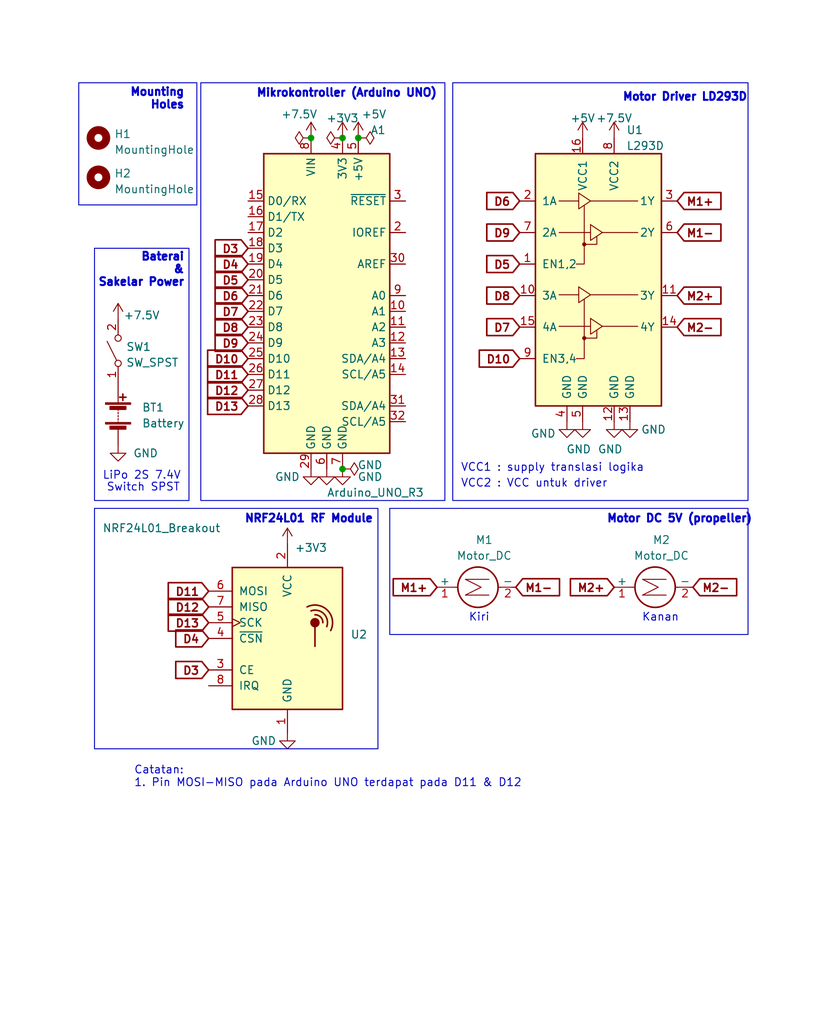
<source format=kicad_sch>
(kicad_sch (version 20230121) (generator eeschema)

  (uuid 335783da-0af5-431e-a925-ba39ea6c5398)

  (paper "User" 135.001 164.998)

  (title_block
    (title "Remotely Operated Underwater Vehicle (ROV)")
    (date "2024-05-12")
    (rev "1.0")
    (company "Institut Teknologi Bandung")
    (comment 1 "Yolivia Robong Langi")
  )

  (lib_symbols
    (symbol "Device:Battery" (pin_numbers hide) (pin_names (offset 0) hide) (in_bom yes) (on_board yes)
      (property "Reference" "BT" (at 2.54 2.54 0)
        (effects (font (size 1.27 1.27)) (justify left))
      )
      (property "Value" "Battery" (at 2.54 0 0)
        (effects (font (size 1.27 1.27)) (justify left))
      )
      (property "Footprint" "" (at 0 1.524 90)
        (effects (font (size 1.27 1.27)) hide)
      )
      (property "Datasheet" "~" (at 0 1.524 90)
        (effects (font (size 1.27 1.27)) hide)
      )
      (property "ki_keywords" "batt voltage-source cell" (at 0 0 0)
        (effects (font (size 1.27 1.27)) hide)
      )
      (property "ki_description" "Multiple-cell battery" (at 0 0 0)
        (effects (font (size 1.27 1.27)) hide)
      )
      (symbol "Battery_0_1"
        (rectangle (start -2.032 -1.397) (end 2.032 -1.651)
          (stroke (width 0) (type default))
          (fill (type outline))
        )
        (rectangle (start -2.032 1.778) (end 2.032 1.524)
          (stroke (width 0) (type default))
          (fill (type outline))
        )
        (rectangle (start -1.3208 -1.9812) (end 1.27 -2.4892)
          (stroke (width 0) (type default))
          (fill (type outline))
        )
        (rectangle (start -1.3208 1.1938) (end 1.27 0.6858)
          (stroke (width 0) (type default))
          (fill (type outline))
        )
        (polyline
          (pts
            (xy 0 -1.524)
            (xy 0 -1.27)
          )
          (stroke (width 0) (type default))
          (fill (type none))
        )
        (polyline
          (pts
            (xy 0 -1.016)
            (xy 0 -0.762)
          )
          (stroke (width 0) (type default))
          (fill (type none))
        )
        (polyline
          (pts
            (xy 0 -0.508)
            (xy 0 -0.254)
          )
          (stroke (width 0) (type default))
          (fill (type none))
        )
        (polyline
          (pts
            (xy 0 0)
            (xy 0 0.254)
          )
          (stroke (width 0) (type default))
          (fill (type none))
        )
        (polyline
          (pts
            (xy 0 0.508)
            (xy 0 0.762)
          )
          (stroke (width 0) (type default))
          (fill (type none))
        )
        (polyline
          (pts
            (xy 0 1.778)
            (xy 0 2.54)
          )
          (stroke (width 0) (type default))
          (fill (type none))
        )
        (polyline
          (pts
            (xy 0.254 2.667)
            (xy 1.27 2.667)
          )
          (stroke (width 0.254) (type default))
          (fill (type none))
        )
        (polyline
          (pts
            (xy 0.762 3.175)
            (xy 0.762 2.159)
          )
          (stroke (width 0.254) (type default))
          (fill (type none))
        )
      )
      (symbol "Battery_1_1"
        (pin passive line (at 0 5.08 270) (length 2.54)
          (name "+" (effects (font (size 1.27 1.27))))
          (number "1" (effects (font (size 1.27 1.27))))
        )
        (pin passive line (at 0 -5.08 90) (length 2.54)
          (name "-" (effects (font (size 1.27 1.27))))
          (number "2" (effects (font (size 1.27 1.27))))
        )
      )
    )
    (symbol "Driver_Motor:L293D" (pin_names (offset 1.016)) (in_bom yes) (on_board yes)
      (property "Reference" "U" (at -5.08 26.035 0)
        (effects (font (size 1.27 1.27)) (justify right))
      )
      (property "Value" "L293D" (at -5.08 24.13 0)
        (effects (font (size 1.27 1.27)) (justify right))
      )
      (property "Footprint" "Package_DIP:DIP-16_W7.62mm" (at 6.35 -19.05 0)
        (effects (font (size 1.27 1.27)) (justify left) hide)
      )
      (property "Datasheet" "http://www.ti.com/lit/ds/symlink/l293.pdf" (at -7.62 17.78 0)
        (effects (font (size 1.27 1.27)) hide)
      )
      (property "ki_keywords" "Half-H Driver Motor" (at 0 0 0)
        (effects (font (size 1.27 1.27)) hide)
      )
      (property "ki_description" "Quadruple Half-H Drivers" (at 0 0 0)
        (effects (font (size 1.27 1.27)) hide)
      )
      (property "ki_fp_filters" "DIP*W7.62mm*" (at 0 0 0)
        (effects (font (size 1.27 1.27)) hide)
      )
      (symbol "L293D_0_1"
        (rectangle (start -10.16 22.86) (end 10.16 -17.78)
          (stroke (width 0.254) (type default))
          (fill (type background))
        )
        (circle (center -2.286 -6.858) (radius 0.254)
          (stroke (width 0) (type default))
          (fill (type outline))
        )
        (circle (center -2.286 8.255) (radius 0.254)
          (stroke (width 0) (type default))
          (fill (type outline))
        )
        (polyline
          (pts
            (xy -6.35 -4.953)
            (xy -1.27 -4.953)
          )
          (stroke (width 0) (type default))
          (fill (type none))
        )
        (polyline
          (pts
            (xy -6.35 0.127)
            (xy -3.175 0.127)
          )
          (stroke (width 0) (type default))
          (fill (type none))
        )
        (polyline
          (pts
            (xy -6.35 10.16)
            (xy -1.27 10.16)
          )
          (stroke (width 0) (type default))
          (fill (type none))
        )
        (polyline
          (pts
            (xy -6.35 15.24)
            (xy -3.175 15.24)
          )
          (stroke (width 0) (type default))
          (fill (type none))
        )
        (polyline
          (pts
            (xy -1.27 0.127)
            (xy 6.35 0.127)
          )
          (stroke (width 0) (type default))
          (fill (type none))
        )
        (polyline
          (pts
            (xy -1.27 15.24)
            (xy 6.35 15.24)
          )
          (stroke (width 0) (type default))
          (fill (type none))
        )
        (polyline
          (pts
            (xy 0.635 -4.953)
            (xy 6.35 -4.953)
          )
          (stroke (width 0) (type default))
          (fill (type none))
        )
        (polyline
          (pts
            (xy 0.635 10.16)
            (xy 6.35 10.16)
          )
          (stroke (width 0) (type default))
          (fill (type none))
        )
        (polyline
          (pts
            (xy -2.286 -6.858)
            (xy -0.254 -6.858)
            (xy -0.254 -5.588)
          )
          (stroke (width 0) (type default))
          (fill (type none))
        )
        (polyline
          (pts
            (xy -2.286 -0.635)
            (xy -2.286 -10.16)
            (xy -3.556 -10.16)
          )
          (stroke (width 0) (type default))
          (fill (type none))
        )
        (polyline
          (pts
            (xy -2.286 8.255)
            (xy -0.254 8.255)
            (xy -0.254 9.525)
          )
          (stroke (width 0) (type default))
          (fill (type none))
        )
        (polyline
          (pts
            (xy -2.286 14.478)
            (xy -2.286 5.08)
            (xy -3.556 5.08)
          )
          (stroke (width 0) (type default))
          (fill (type none))
        )
        (polyline
          (pts
            (xy -3.175 1.397)
            (xy -3.175 -1.143)
            (xy -1.27 0.127)
            (xy -3.175 1.397)
          )
          (stroke (width 0) (type default))
          (fill (type none))
        )
        (polyline
          (pts
            (xy -3.175 16.51)
            (xy -3.175 13.97)
            (xy -1.27 15.24)
            (xy -3.175 16.51)
          )
          (stroke (width 0) (type default))
          (fill (type none))
        )
        (polyline
          (pts
            (xy -1.27 -3.683)
            (xy -1.27 -6.223)
            (xy 0.635 -4.953)
            (xy -1.27 -3.683)
          )
          (stroke (width 0) (type default))
          (fill (type none))
        )
        (polyline
          (pts
            (xy -1.27 11.43)
            (xy -1.27 8.89)
            (xy 0.635 10.16)
            (xy -1.27 11.43)
          )
          (stroke (width 0) (type default))
          (fill (type none))
        )
      )
      (symbol "L293D_1_1"
        (pin input line (at -12.7 5.08 0) (length 2.54)
          (name "EN1,2" (effects (font (size 1.27 1.27))))
          (number "1" (effects (font (size 1.27 1.27))))
        )
        (pin input line (at -12.7 0 0) (length 2.54)
          (name "3A" (effects (font (size 1.27 1.27))))
          (number "10" (effects (font (size 1.27 1.27))))
        )
        (pin output line (at 12.7 0 180) (length 2.54)
          (name "3Y" (effects (font (size 1.27 1.27))))
          (number "11" (effects (font (size 1.27 1.27))))
        )
        (pin power_in line (at 2.54 -20.32 90) (length 2.54)
          (name "GND" (effects (font (size 1.27 1.27))))
          (number "12" (effects (font (size 1.27 1.27))))
        )
        (pin power_in line (at 5.08 -20.32 90) (length 2.54)
          (name "GND" (effects (font (size 1.27 1.27))))
          (number "13" (effects (font (size 1.27 1.27))))
        )
        (pin output line (at 12.7 -5.08 180) (length 2.54)
          (name "4Y" (effects (font (size 1.27 1.27))))
          (number "14" (effects (font (size 1.27 1.27))))
        )
        (pin input line (at -12.7 -5.08 0) (length 2.54)
          (name "4A" (effects (font (size 1.27 1.27))))
          (number "15" (effects (font (size 1.27 1.27))))
        )
        (pin power_in line (at -2.54 25.4 270) (length 2.54)
          (name "VCC1" (effects (font (size 1.27 1.27))))
          (number "16" (effects (font (size 1.27 1.27))))
        )
        (pin input line (at -12.7 15.24 0) (length 2.54)
          (name "1A" (effects (font (size 1.27 1.27))))
          (number "2" (effects (font (size 1.27 1.27))))
        )
        (pin output line (at 12.7 15.24 180) (length 2.54)
          (name "1Y" (effects (font (size 1.27 1.27))))
          (number "3" (effects (font (size 1.27 1.27))))
        )
        (pin power_in line (at -5.08 -20.32 90) (length 2.54)
          (name "GND" (effects (font (size 1.27 1.27))))
          (number "4" (effects (font (size 1.27 1.27))))
        )
        (pin power_in line (at -2.54 -20.32 90) (length 2.54)
          (name "GND" (effects (font (size 1.27 1.27))))
          (number "5" (effects (font (size 1.27 1.27))))
        )
        (pin output line (at 12.7 10.16 180) (length 2.54)
          (name "2Y" (effects (font (size 1.27 1.27))))
          (number "6" (effects (font (size 1.27 1.27))))
        )
        (pin input line (at -12.7 10.16 0) (length 2.54)
          (name "2A" (effects (font (size 1.27 1.27))))
          (number "7" (effects (font (size 1.27 1.27))))
        )
        (pin power_in line (at 2.54 25.4 270) (length 2.54)
          (name "VCC2" (effects (font (size 1.27 1.27))))
          (number "8" (effects (font (size 1.27 1.27))))
        )
        (pin input line (at -12.7 -10.16 0) (length 2.54)
          (name "EN3,4" (effects (font (size 1.27 1.27))))
          (number "9" (effects (font (size 1.27 1.27))))
        )
      )
    )
    (symbol "MCU_Module:Arduino_UNO_R3" (in_bom yes) (on_board yes)
      (property "Reference" "A" (at -10.16 23.495 0)
        (effects (font (size 1.27 1.27)) (justify left bottom))
      )
      (property "Value" "Arduino_UNO_R3" (at 5.08 -26.67 0)
        (effects (font (size 1.27 1.27)) (justify left top))
      )
      (property "Footprint" "Module:Arduino_UNO_R3" (at 0 0 0)
        (effects (font (size 1.27 1.27) italic) hide)
      )
      (property "Datasheet" "https://www.arduino.cc/en/Main/arduinoBoardUno" (at 0 0 0)
        (effects (font (size 1.27 1.27)) hide)
      )
      (property "ki_keywords" "Arduino UNO R3 Microcontroller Module Atmel AVR USB" (at 0 0 0)
        (effects (font (size 1.27 1.27)) hide)
      )
      (property "ki_description" "Arduino UNO Microcontroller Module, release 3" (at 0 0 0)
        (effects (font (size 1.27 1.27)) hide)
      )
      (property "ki_fp_filters" "Arduino*UNO*R3*" (at 0 0 0)
        (effects (font (size 1.27 1.27)) hide)
      )
      (symbol "Arduino_UNO_R3_0_1"
        (rectangle (start -10.16 22.86) (end 10.16 -25.4)
          (stroke (width 0.254) (type default))
          (fill (type background))
        )
      )
      (symbol "Arduino_UNO_R3_1_1"
        (pin no_connect line (at -10.16 -20.32 0) (length 2.54) hide
          (name "NC" (effects (font (size 1.27 1.27))))
          (number "1" (effects (font (size 1.27 1.27))))
        )
        (pin bidirectional line (at 12.7 -2.54 180) (length 2.54)
          (name "A1" (effects (font (size 1.27 1.27))))
          (number "10" (effects (font (size 1.27 1.27))))
        )
        (pin bidirectional line (at 12.7 -5.08 180) (length 2.54)
          (name "A2" (effects (font (size 1.27 1.27))))
          (number "11" (effects (font (size 1.27 1.27))))
        )
        (pin bidirectional line (at 12.7 -7.62 180) (length 2.54)
          (name "A3" (effects (font (size 1.27 1.27))))
          (number "12" (effects (font (size 1.27 1.27))))
        )
        (pin bidirectional line (at 12.7 -10.16 180) (length 2.54)
          (name "SDA/A4" (effects (font (size 1.27 1.27))))
          (number "13" (effects (font (size 1.27 1.27))))
        )
        (pin bidirectional line (at 12.7 -12.7 180) (length 2.54)
          (name "SCL/A5" (effects (font (size 1.27 1.27))))
          (number "14" (effects (font (size 1.27 1.27))))
        )
        (pin bidirectional line (at -12.7 15.24 0) (length 2.54)
          (name "D0/RX" (effects (font (size 1.27 1.27))))
          (number "15" (effects (font (size 1.27 1.27))))
        )
        (pin bidirectional line (at -12.7 12.7 0) (length 2.54)
          (name "D1/TX" (effects (font (size 1.27 1.27))))
          (number "16" (effects (font (size 1.27 1.27))))
        )
        (pin bidirectional line (at -12.7 10.16 0) (length 2.54)
          (name "D2" (effects (font (size 1.27 1.27))))
          (number "17" (effects (font (size 1.27 1.27))))
        )
        (pin bidirectional line (at -12.7 7.62 0) (length 2.54)
          (name "D3" (effects (font (size 1.27 1.27))))
          (number "18" (effects (font (size 1.27 1.27))))
        )
        (pin bidirectional line (at -12.7 5.08 0) (length 2.54)
          (name "D4" (effects (font (size 1.27 1.27))))
          (number "19" (effects (font (size 1.27 1.27))))
        )
        (pin output line (at 12.7 10.16 180) (length 2.54)
          (name "IOREF" (effects (font (size 1.27 1.27))))
          (number "2" (effects (font (size 1.27 1.27))))
        )
        (pin bidirectional line (at -12.7 2.54 0) (length 2.54)
          (name "D5" (effects (font (size 1.27 1.27))))
          (number "20" (effects (font (size 1.27 1.27))))
        )
        (pin bidirectional line (at -12.7 0 0) (length 2.54)
          (name "D6" (effects (font (size 1.27 1.27))))
          (number "21" (effects (font (size 1.27 1.27))))
        )
        (pin bidirectional line (at -12.7 -2.54 0) (length 2.54)
          (name "D7" (effects (font (size 1.27 1.27))))
          (number "22" (effects (font (size 1.27 1.27))))
        )
        (pin bidirectional line (at -12.7 -5.08 0) (length 2.54)
          (name "D8" (effects (font (size 1.27 1.27))))
          (number "23" (effects (font (size 1.27 1.27))))
        )
        (pin bidirectional line (at -12.7 -7.62 0) (length 2.54)
          (name "D9" (effects (font (size 1.27 1.27))))
          (number "24" (effects (font (size 1.27 1.27))))
        )
        (pin bidirectional line (at -12.7 -10.16 0) (length 2.54)
          (name "D10" (effects (font (size 1.27 1.27))))
          (number "25" (effects (font (size 1.27 1.27))))
        )
        (pin bidirectional line (at -12.7 -12.7 0) (length 2.54)
          (name "D11" (effects (font (size 1.27 1.27))))
          (number "26" (effects (font (size 1.27 1.27))))
        )
        (pin bidirectional line (at -12.7 -15.24 0) (length 2.54)
          (name "D12" (effects (font (size 1.27 1.27))))
          (number "27" (effects (font (size 1.27 1.27))))
        )
        (pin bidirectional line (at -12.7 -17.78 0) (length 2.54)
          (name "D13" (effects (font (size 1.27 1.27))))
          (number "28" (effects (font (size 1.27 1.27))))
        )
        (pin power_in line (at -2.54 -27.94 90) (length 2.54)
          (name "GND" (effects (font (size 1.27 1.27))))
          (number "29" (effects (font (size 1.27 1.27))))
        )
        (pin input line (at 12.7 15.24 180) (length 2.54)
          (name "~{RESET}" (effects (font (size 1.27 1.27))))
          (number "3" (effects (font (size 1.27 1.27))))
        )
        (pin input line (at 12.7 5.08 180) (length 2.54)
          (name "AREF" (effects (font (size 1.27 1.27))))
          (number "30" (effects (font (size 1.27 1.27))))
        )
        (pin bidirectional line (at 12.7 -17.78 180) (length 2.54)
          (name "SDA/A4" (effects (font (size 1.27 1.27))))
          (number "31" (effects (font (size 1.27 1.27))))
        )
        (pin bidirectional line (at 12.7 -20.32 180) (length 2.54)
          (name "SCL/A5" (effects (font (size 1.27 1.27))))
          (number "32" (effects (font (size 1.27 1.27))))
        )
        (pin power_out line (at 2.54 25.4 270) (length 2.54)
          (name "3V3" (effects (font (size 1.27 1.27))))
          (number "4" (effects (font (size 1.27 1.27))))
        )
        (pin power_out line (at 5.08 25.4 270) (length 2.54)
          (name "+5V" (effects (font (size 1.27 1.27))))
          (number "5" (effects (font (size 1.27 1.27))))
        )
        (pin power_in line (at 0 -27.94 90) (length 2.54)
          (name "GND" (effects (font (size 1.27 1.27))))
          (number "6" (effects (font (size 1.27 1.27))))
        )
        (pin power_in line (at 2.54 -27.94 90) (length 2.54)
          (name "GND" (effects (font (size 1.27 1.27))))
          (number "7" (effects (font (size 1.27 1.27))))
        )
        (pin power_in line (at -2.54 25.4 270) (length 2.54)
          (name "VIN" (effects (font (size 1.27 1.27))))
          (number "8" (effects (font (size 1.27 1.27))))
        )
        (pin bidirectional line (at 12.7 0 180) (length 2.54)
          (name "A0" (effects (font (size 1.27 1.27))))
          (number "9" (effects (font (size 1.27 1.27))))
        )
      )
    )
    (symbol "Mechanical:MountingHole" (pin_names (offset 1.016)) (in_bom yes) (on_board yes)
      (property "Reference" "H" (at 0 5.08 0)
        (effects (font (size 1.27 1.27)))
      )
      (property "Value" "MountingHole" (at 0 3.175 0)
        (effects (font (size 1.27 1.27)))
      )
      (property "Footprint" "" (at 0 0 0)
        (effects (font (size 1.27 1.27)) hide)
      )
      (property "Datasheet" "~" (at 0 0 0)
        (effects (font (size 1.27 1.27)) hide)
      )
      (property "ki_keywords" "mounting hole" (at 0 0 0)
        (effects (font (size 1.27 1.27)) hide)
      )
      (property "ki_description" "Mounting Hole without connection" (at 0 0 0)
        (effects (font (size 1.27 1.27)) hide)
      )
      (property "ki_fp_filters" "MountingHole*" (at 0 0 0)
        (effects (font (size 1.27 1.27)) hide)
      )
      (symbol "MountingHole_0_1"
        (circle (center 0 0) (radius 1.27)
          (stroke (width 1.27) (type default))
          (fill (type none))
        )
      )
    )
    (symbol "Motor:Motor_DC" (pin_names (offset 0)) (in_bom yes) (on_board yes)
      (property "Reference" "M" (at 2.54 2.54 0)
        (effects (font (size 1.27 1.27)) (justify left))
      )
      (property "Value" "Motor_DC" (at 2.54 -5.08 0)
        (effects (font (size 1.27 1.27)) (justify left top))
      )
      (property "Footprint" "" (at 0 -2.286 0)
        (effects (font (size 1.27 1.27)) hide)
      )
      (property "Datasheet" "~" (at 0 -2.286 0)
        (effects (font (size 1.27 1.27)) hide)
      )
      (property "ki_keywords" "DC Motor" (at 0 0 0)
        (effects (font (size 1.27 1.27)) hide)
      )
      (property "ki_description" "DC Motor" (at 0 0 0)
        (effects (font (size 1.27 1.27)) hide)
      )
      (property "ki_fp_filters" "PinHeader*P2.54mm* TerminalBlock*" (at 0 0 0)
        (effects (font (size 1.27 1.27)) hide)
      )
      (symbol "Motor_DC_0_0"
        (polyline
          (pts
            (xy -1.27 -3.302)
            (xy -1.27 0.508)
            (xy 0 -2.032)
            (xy 1.27 0.508)
            (xy 1.27 -3.302)
          )
          (stroke (width 0) (type default))
          (fill (type none))
        )
      )
      (symbol "Motor_DC_0_1"
        (circle (center 0 -1.524) (radius 3.2512)
          (stroke (width 0.254) (type default))
          (fill (type none))
        )
        (polyline
          (pts
            (xy 0 -7.62)
            (xy 0 -7.112)
          )
          (stroke (width 0) (type default))
          (fill (type none))
        )
        (polyline
          (pts
            (xy 0 -4.7752)
            (xy 0 -5.1816)
          )
          (stroke (width 0) (type default))
          (fill (type none))
        )
        (polyline
          (pts
            (xy 0 1.7272)
            (xy 0 2.0828)
          )
          (stroke (width 0) (type default))
          (fill (type none))
        )
        (polyline
          (pts
            (xy 0 2.032)
            (xy 0 2.54)
          )
          (stroke (width 0) (type default))
          (fill (type none))
        )
      )
      (symbol "Motor_DC_1_1"
        (pin passive line (at 0 5.08 270) (length 2.54)
          (name "+" (effects (font (size 1.27 1.27))))
          (number "1" (effects (font (size 1.27 1.27))))
        )
        (pin passive line (at 0 -7.62 90) (length 2.54)
          (name "-" (effects (font (size 1.27 1.27))))
          (number "2" (effects (font (size 1.27 1.27))))
        )
      )
    )
    (symbol "RF:NRF24L01_Breakout" (pin_names (offset 1.016)) (in_bom yes) (on_board yes)
      (property "Reference" "U" (at -8.89 12.7 0)
        (effects (font (size 1.27 1.27)) (justify left))
      )
      (property "Value" "NRF24L01_Breakout" (at 3.81 12.7 0)
        (effects (font (size 1.27 1.27)) (justify left))
      )
      (property "Footprint" "RF_Module:nRF24L01_Breakout" (at 3.81 15.24 0)
        (effects (font (size 1.27 1.27) italic) (justify left) hide)
      )
      (property "Datasheet" "http://www.nordicsemi.com/eng/content/download/2730/34105/file/nRF24L01_Product_Specification_v2_0.pdf" (at 0 -2.54 0)
        (effects (font (size 1.27 1.27)) hide)
      )
      (property "ki_keywords" "Low Power RF Transceiver breakout carrier" (at 0 0 0)
        (effects (font (size 1.27 1.27)) hide)
      )
      (property "ki_description" "Ultra low power 2.4GHz RF Transceiver, Carrier PCB" (at 0 0 0)
        (effects (font (size 1.27 1.27)) hide)
      )
      (property "ki_fp_filters" "nRF24L01*Breakout*" (at 0 0 0)
        (effects (font (size 1.27 1.27)) hide)
      )
      (symbol "NRF24L01_Breakout_0_1"
        (rectangle (start -8.89 11.43) (end 8.89 -11.43)
          (stroke (width 0.254) (type default))
          (fill (type background))
        )
        (polyline
          (pts
            (xy 4.445 1.905)
            (xy 4.445 -1.27)
          )
          (stroke (width 0.254) (type default))
          (fill (type none))
        )
        (circle (center 4.445 2.54) (radius 0.635)
          (stroke (width 0.254) (type default))
          (fill (type outline))
        )
        (arc (start 5.715 2.54) (mid 5.3521 3.4546) (end 4.445 3.81)
          (stroke (width 0.254) (type default))
          (fill (type none))
        )
        (arc (start 6.35 1.905) (mid 5.8763 3.9854) (end 3.81 4.445)
          (stroke (width 0.254) (type default))
          (fill (type none))
        )
        (arc (start 6.985 1.27) (mid 6.453 4.548) (end 3.175 5.08)
          (stroke (width 0.254) (type default))
          (fill (type none))
        )
      )
      (symbol "NRF24L01_Breakout_1_1"
        (pin power_in line (at 0 -15.24 90) (length 3.81)
          (name "GND" (effects (font (size 1.27 1.27))))
          (number "1" (effects (font (size 1.27 1.27))))
        )
        (pin power_in line (at 0 15.24 270) (length 3.81)
          (name "VCC" (effects (font (size 1.27 1.27))))
          (number "2" (effects (font (size 1.27 1.27))))
        )
        (pin input line (at -12.7 -5.08 0) (length 3.81)
          (name "CE" (effects (font (size 1.27 1.27))))
          (number "3" (effects (font (size 1.27 1.27))))
        )
        (pin input line (at -12.7 0 0) (length 3.81)
          (name "~{CSN}" (effects (font (size 1.27 1.27))))
          (number "4" (effects (font (size 1.27 1.27))))
        )
        (pin input clock (at -12.7 2.54 0) (length 3.81)
          (name "SCK" (effects (font (size 1.27 1.27))))
          (number "5" (effects (font (size 1.27 1.27))))
        )
        (pin input line (at -12.7 7.62 0) (length 3.81)
          (name "MOSI" (effects (font (size 1.27 1.27))))
          (number "6" (effects (font (size 1.27 1.27))))
        )
        (pin output line (at -12.7 5.08 0) (length 3.81)
          (name "MISO" (effects (font (size 1.27 1.27))))
          (number "7" (effects (font (size 1.27 1.27))))
        )
        (pin output line (at -12.7 -7.62 0) (length 3.81)
          (name "IRQ" (effects (font (size 1.27 1.27))))
          (number "8" (effects (font (size 1.27 1.27))))
        )
      )
    )
    (symbol "Switch:SW_SPST" (pin_names (offset 0) hide) (in_bom yes) (on_board yes)
      (property "Reference" "SW" (at 0 3.175 0)
        (effects (font (size 1.27 1.27)))
      )
      (property "Value" "SW_SPST" (at 0 -2.54 0)
        (effects (font (size 1.27 1.27)))
      )
      (property "Footprint" "" (at 0 0 0)
        (effects (font (size 1.27 1.27)) hide)
      )
      (property "Datasheet" "~" (at 0 0 0)
        (effects (font (size 1.27 1.27)) hide)
      )
      (property "ki_keywords" "switch lever" (at 0 0 0)
        (effects (font (size 1.27 1.27)) hide)
      )
      (property "ki_description" "Single Pole Single Throw (SPST) switch" (at 0 0 0)
        (effects (font (size 1.27 1.27)) hide)
      )
      (symbol "SW_SPST_0_0"
        (circle (center -2.032 0) (radius 0.508)
          (stroke (width 0) (type default))
          (fill (type none))
        )
        (polyline
          (pts
            (xy -1.524 0.254)
            (xy 1.524 1.778)
          )
          (stroke (width 0) (type default))
          (fill (type none))
        )
        (circle (center 2.032 0) (radius 0.508)
          (stroke (width 0) (type default))
          (fill (type none))
        )
      )
      (symbol "SW_SPST_1_1"
        (pin passive line (at -5.08 0 0) (length 2.54)
          (name "A" (effects (font (size 1.27 1.27))))
          (number "1" (effects (font (size 1.27 1.27))))
        )
        (pin passive line (at 5.08 0 180) (length 2.54)
          (name "B" (effects (font (size 1.27 1.27))))
          (number "2" (effects (font (size 1.27 1.27))))
        )
      )
    )
    (symbol "power:+3V3" (power) (pin_names (offset 0)) (in_bom yes) (on_board yes)
      (property "Reference" "#PWR" (at 0 -3.81 0)
        (effects (font (size 1.27 1.27)) hide)
      )
      (property "Value" "+3V3" (at 0 3.556 0)
        (effects (font (size 1.27 1.27)))
      )
      (property "Footprint" "" (at 0 0 0)
        (effects (font (size 1.27 1.27)) hide)
      )
      (property "Datasheet" "" (at 0 0 0)
        (effects (font (size 1.27 1.27)) hide)
      )
      (property "ki_keywords" "global power" (at 0 0 0)
        (effects (font (size 1.27 1.27)) hide)
      )
      (property "ki_description" "Power symbol creates a global label with name \"+3V3\"" (at 0 0 0)
        (effects (font (size 1.27 1.27)) hide)
      )
      (symbol "+3V3_0_1"
        (polyline
          (pts
            (xy -0.762 1.27)
            (xy 0 2.54)
          )
          (stroke (width 0) (type default))
          (fill (type none))
        )
        (polyline
          (pts
            (xy 0 0)
            (xy 0 2.54)
          )
          (stroke (width 0) (type default))
          (fill (type none))
        )
        (polyline
          (pts
            (xy 0 2.54)
            (xy 0.762 1.27)
          )
          (stroke (width 0) (type default))
          (fill (type none))
        )
      )
      (symbol "+3V3_1_1"
        (pin power_in line (at 0 0 90) (length 0) hide
          (name "+3V3" (effects (font (size 1.27 1.27))))
          (number "1" (effects (font (size 1.27 1.27))))
        )
      )
    )
    (symbol "power:+5V" (power) (pin_names (offset 0)) (in_bom yes) (on_board yes)
      (property "Reference" "#PWR" (at 0 -3.81 0)
        (effects (font (size 1.27 1.27)) hide)
      )
      (property "Value" "+5V" (at 0 3.556 0)
        (effects (font (size 1.27 1.27)))
      )
      (property "Footprint" "" (at 0 0 0)
        (effects (font (size 1.27 1.27)) hide)
      )
      (property "Datasheet" "" (at 0 0 0)
        (effects (font (size 1.27 1.27)) hide)
      )
      (property "ki_keywords" "global power" (at 0 0 0)
        (effects (font (size 1.27 1.27)) hide)
      )
      (property "ki_description" "Power symbol creates a global label with name \"+5V\"" (at 0 0 0)
        (effects (font (size 1.27 1.27)) hide)
      )
      (symbol "+5V_0_1"
        (polyline
          (pts
            (xy -0.762 1.27)
            (xy 0 2.54)
          )
          (stroke (width 0) (type default))
          (fill (type none))
        )
        (polyline
          (pts
            (xy 0 0)
            (xy 0 2.54)
          )
          (stroke (width 0) (type default))
          (fill (type none))
        )
        (polyline
          (pts
            (xy 0 2.54)
            (xy 0.762 1.27)
          )
          (stroke (width 0) (type default))
          (fill (type none))
        )
      )
      (symbol "+5V_1_1"
        (pin power_in line (at 0 0 90) (length 0) hide
          (name "+5V" (effects (font (size 1.27 1.27))))
          (number "1" (effects (font (size 1.27 1.27))))
        )
      )
    )
    (symbol "power:+7.5V" (power) (pin_names (offset 0)) (in_bom yes) (on_board yes)
      (property "Reference" "#PWR" (at 0 -3.81 0)
        (effects (font (size 1.27 1.27)) hide)
      )
      (property "Value" "+7.5V" (at 0 3.556 0)
        (effects (font (size 1.27 1.27)))
      )
      (property "Footprint" "" (at 0 0 0)
        (effects (font (size 1.27 1.27)) hide)
      )
      (property "Datasheet" "" (at 0 0 0)
        (effects (font (size 1.27 1.27)) hide)
      )
      (property "ki_keywords" "global power" (at 0 0 0)
        (effects (font (size 1.27 1.27)) hide)
      )
      (property "ki_description" "Power symbol creates a global label with name \"+7.5V\"" (at 0 0 0)
        (effects (font (size 1.27 1.27)) hide)
      )
      (symbol "+7.5V_0_1"
        (polyline
          (pts
            (xy -0.762 1.27)
            (xy 0 2.54)
          )
          (stroke (width 0) (type default))
          (fill (type none))
        )
        (polyline
          (pts
            (xy 0 0)
            (xy 0 2.54)
          )
          (stroke (width 0) (type default))
          (fill (type none))
        )
        (polyline
          (pts
            (xy 0 2.54)
            (xy 0.762 1.27)
          )
          (stroke (width 0) (type default))
          (fill (type none))
        )
      )
      (symbol "+7.5V_1_1"
        (pin power_in line (at 0 0 90) (length 0) hide
          (name "+7.5V" (effects (font (size 1.27 1.27))))
          (number "1" (effects (font (size 1.27 1.27))))
        )
      )
    )
    (symbol "power:GND" (power) (pin_names (offset 0)) (in_bom yes) (on_board yes)
      (property "Reference" "#PWR" (at 0 -6.35 0)
        (effects (font (size 1.27 1.27)) hide)
      )
      (property "Value" "GND" (at 0 -3.81 0)
        (effects (font (size 1.27 1.27)))
      )
      (property "Footprint" "" (at 0 0 0)
        (effects (font (size 1.27 1.27)) hide)
      )
      (property "Datasheet" "" (at 0 0 0)
        (effects (font (size 1.27 1.27)) hide)
      )
      (property "ki_keywords" "global power" (at 0 0 0)
        (effects (font (size 1.27 1.27)) hide)
      )
      (property "ki_description" "Power symbol creates a global label with name \"GND\" , ground" (at 0 0 0)
        (effects (font (size 1.27 1.27)) hide)
      )
      (symbol "GND_0_1"
        (polyline
          (pts
            (xy 0 0)
            (xy 0 -1.27)
            (xy 1.27 -1.27)
            (xy 0 -2.54)
            (xy -1.27 -1.27)
            (xy 0 -1.27)
          )
          (stroke (width 0) (type default))
          (fill (type none))
        )
      )
      (symbol "GND_1_1"
        (pin power_in line (at 0 0 270) (length 0) hide
          (name "GND" (effects (font (size 1.27 1.27))))
          (number "1" (effects (font (size 1.27 1.27))))
        )
      )
    )
    (symbol "power:PWR_FLAG" (power) (pin_numbers hide) (pin_names (offset 0) hide) (in_bom yes) (on_board yes)
      (property "Reference" "#FLG" (at 0 1.905 0)
        (effects (font (size 1.27 1.27)) hide)
      )
      (property "Value" "PWR_FLAG" (at 0 3.81 0)
        (effects (font (size 1.27 1.27)))
      )
      (property "Footprint" "" (at 0 0 0)
        (effects (font (size 1.27 1.27)) hide)
      )
      (property "Datasheet" "~" (at 0 0 0)
        (effects (font (size 1.27 1.27)) hide)
      )
      (property "ki_keywords" "flag power" (at 0 0 0)
        (effects (font (size 1.27 1.27)) hide)
      )
      (property "ki_description" "Special symbol for telling ERC where power comes from" (at 0 0 0)
        (effects (font (size 1.27 1.27)) hide)
      )
      (symbol "PWR_FLAG_0_0"
        (pin power_out line (at 0 0 90) (length 0)
          (name "pwr" (effects (font (size 1.27 1.27))))
          (number "1" (effects (font (size 1.27 1.27))))
        )
      )
      (symbol "PWR_FLAG_0_1"
        (polyline
          (pts
            (xy 0 0)
            (xy 0 1.27)
            (xy -1.016 1.905)
            (xy 0 2.54)
            (xy 1.016 1.905)
            (xy 0 1.27)
          )
          (stroke (width 0) (type default))
          (fill (type none))
        )
      )
    )
  )


  (junction (at 57.785 22.225) (diameter 0) (color 0 0 0 0)
    (uuid 18fe8623-82da-43fa-a95f-2966d7521f49)
  )
  (junction (at 55.245 75.565) (diameter 0) (color 0 0 0 0)
    (uuid 2aed08e7-00a7-4d8d-9438-93170e9928fc)
  )
  (junction (at 55.245 22.225) (diameter 0) (color 0 0 0 0)
    (uuid 650cf899-35c7-4dbb-815c-cf6d6262f736)
  )
  (junction (at 50.165 22.225) (diameter 0) (color 0 0 0 0)
    (uuid b7377f12-5246-4434-9c76-b505c63f0b49)
  )

  (rectangle (start 15.24 81.915) (end 60.96 120.65)
    (stroke (width 0) (type default))
    (fill (type none))
    (uuid 1870ff5f-1b51-4c07-b7f4-a015ee143a2f)
  )
  (rectangle (start 12.7 13.335) (end 31.75 33.02)
    (stroke (width 0) (type default))
    (fill (type none))
    (uuid 1ce562c2-47f7-4e7d-8f18-a819bd74972f)
  )
  (rectangle (start 62.865 81.915) (end 120.65 102.235)
    (stroke (width 0) (type default))
    (fill (type none))
    (uuid 4c3ce152-b48c-4239-a721-6a7c4af4473a)
  )
  (rectangle (start 73.025 13.335) (end 120.65 80.645)
    (stroke (width 0) (type default))
    (fill (type none))
    (uuid b5f297e4-f2ac-432f-891f-22f309dc8639)
  )
  (rectangle (start 15.24 40.005) (end 30.48 80.645)
    (stroke (width 0) (type default))
    (fill (type none))
    (uuid c4be4f52-49b4-48a9-9a10-99907b5855ab)
  )
  (rectangle (start 32.385 13.335) (end 71.755 80.645)
    (stroke (width 0) (type default))
    (fill (type none))
    (uuid eccd18c0-fba8-4ee1-8208-b81d27adf0b9)
  )

  (text "Kiri" (at 75.565 100.33 0)
    (effects (font (size 1.27 1.27)) (justify left bottom))
    (uuid 3ab63e37-698e-48db-abca-f35c5c723538)
  )
  (text "Catatan:\n1. Pin MOSI-MISO pada Arduino UNO terdapat pada D11 & D12"
    (at 21.59 127 0)
    (effects (font (size 1.27 1.27)) (justify left bottom))
    (uuid 5aafd1bb-1f03-4d31-a594-37750844d93d)
  )
  (text "LiPo 2S 7.4V" (at 16.51 77.47 0)
    (effects (font (size 1.27 1.27)) (justify left bottom))
    (uuid 61125ffd-fbbe-47d1-8f76-5b05f2625705)
  )
  (text "Mikrokontroller (Arduino UNO)" (at 41.275 15.875 0)
    (effects (font (size 1.27 1.27) (thickness 0.508) bold) (justify left bottom))
    (uuid 75d62730-b126-4edd-947c-b8063e6fb498)
  )
  (text "VCC1 : supply translasi logika" (at 74.295 76.2 0)
    (effects (font (size 1.27 1.27)) (justify left bottom))
    (uuid 792eeaea-3344-422c-8689-5e81656b0ae2)
  )
  (text "Kanan" (at 103.505 100.33 0)
    (effects (font (size 1.27 1.27)) (justify left bottom))
    (uuid 7bfc5e8b-77bc-446f-8e79-c9cba89ffc45)
  )
  (text "NRF24L01 RF Module" (at 39.37 84.455 0)
    (effects (font (size 1.27 1.27) (thickness 0.508) bold) (justify left bottom))
    (uuid 99c4422b-4a5f-4cb8-b933-ab7a15e48b87)
  )
  (text "Mounting\nHoles" (at 29.845 17.78 0)
    (effects (font (size 1.27 1.27) (thickness 0.508) bold) (justify right bottom))
    (uuid c56f9d2a-1264-4194-b8b3-9c9e98f23c3e)
  )
  (text "VCC2 : VCC untuk driver" (at 74.295 78.74 0)
    (effects (font (size 1.27 1.27)) (justify left bottom))
    (uuid cc089d17-ffa6-46ce-920e-b2fff4b8b847)
  )
  (text "Switch SPST" (at 17.145 79.375 0)
    (effects (font (size 1.27 1.27)) (justify left bottom))
    (uuid e09e0901-9e58-4038-96ba-a2c3c12f8e5f)
  )
  (text "Motor Driver LD293D" (at 100.33 16.51 0)
    (effects (font (size 1.27 1.27) (thickness 0.508) bold) (justify left bottom))
    (uuid eddd5aa1-af3c-4182-a29d-71600c5328cb)
  )
  (text "Motor DC 5V (propeller)" (at 97.79 84.455 0)
    (effects (font (size 1.27 1.27) (thickness 0.508) bold) (justify left bottom))
    (uuid f962c781-8206-411a-a179-7037bfb7708e)
  )
  (text "Baterai\n&\nSakelar Power" (at 29.845 46.355 0)
    (effects (font (size 1.27 1.27) (thickness 0.508) bold) (justify right bottom))
    (uuid fab8de11-20f0-405e-807c-d136d1e885e8)
  )

  (global_label "D7" (shape input) (at 83.82 52.705 180) (fields_autoplaced)
    (effects (font (size 1.27 1.27) bold) (justify right))
    (uuid 0b84b57f-f684-45db-a026-f1e42f426403)
    (property "Intersheetrefs" "${INTERSHEET_REFS}" (at 78.0063 52.705 0)
      (effects (font (size 1.27 1.27)) (justify right) hide)
    )
  )
  (global_label "M1-" (shape input) (at 83.185 94.615 0) (fields_autoplaced)
    (effects (font (size 1.27 1.27) bold) (justify left))
    (uuid 1026f76e-29cd-4444-b801-a675492cfbc9)
    (property "Intersheetrefs" "${INTERSHEET_REFS}" (at 90.7525 94.615 0)
      (effects (font (size 1.27 1.27)) (justify left) hide)
    )
  )
  (global_label "D13" (shape input) (at 40.005 65.405 180) (fields_autoplaced)
    (effects (font (size 1.27 1.27) bold) (justify right))
    (uuid 1b99a848-12c0-49eb-9c90-d5ddde54e730)
    (property "Intersheetrefs" "${INTERSHEET_REFS}" (at 32.9818 65.405 0)
      (effects (font (size 1.27 1.27)) (justify right) hide)
    )
  )
  (global_label "D5" (shape input) (at 40.005 45.085 180) (fields_autoplaced)
    (effects (font (size 1.27 1.27) bold) (justify right))
    (uuid 1f942a51-7455-445f-8ff9-4e70352ebd02)
    (property "Intersheetrefs" "${INTERSHEET_REFS}" (at 34.1913 45.085 0)
      (effects (font (size 1.27 1.27)) (justify right) hide)
    )
  )
  (global_label "D4" (shape input) (at 33.655 102.87 180) (fields_autoplaced)
    (effects (font (size 1.27 1.27) bold) (justify right))
    (uuid 2be65059-a761-4dcc-8339-f38e88d70fac)
    (property "Intersheetrefs" "${INTERSHEET_REFS}" (at 27.8413 102.87 0)
      (effects (font (size 1.27 1.27)) (justify right) hide)
    )
  )
  (global_label "D10" (shape input) (at 83.82 57.785 180) (fields_autoplaced)
    (effects (font (size 1.27 1.27) bold) (justify right))
    (uuid 311ed528-3e15-4026-b212-b98b5377d49a)
    (property "Intersheetrefs" "${INTERSHEET_REFS}" (at 76.7968 57.785 0)
      (effects (font (size 1.27 1.27)) (justify right) hide)
    )
  )
  (global_label "M1+" (shape input) (at 70.485 94.615 180) (fields_autoplaced)
    (effects (font (size 1.27 1.27) bold) (justify right))
    (uuid 386385b9-fa62-4c6d-90d0-dc3cd3bdda12)
    (property "Intersheetrefs" "${INTERSHEET_REFS}" (at 62.9175 94.615 0)
      (effects (font (size 1.27 1.27)) (justify right) hide)
    )
  )
  (global_label "D12" (shape input) (at 33.655 97.79 180) (fields_autoplaced)
    (effects (font (size 1.27 1.27) bold) (justify right))
    (uuid 3af04e04-ab8a-4657-9134-8bd30d863ea3)
    (property "Intersheetrefs" "${INTERSHEET_REFS}" (at 26.6318 97.79 0)
      (effects (font (size 1.27 1.27)) (justify right) hide)
    )
  )
  (global_label "M2+" (shape input) (at 109.22 47.625 0) (fields_autoplaced)
    (effects (font (size 1.27 1.27) bold) (justify left))
    (uuid 51c197b4-518d-4623-ac59-7db0e997fa07)
    (property "Intersheetrefs" "${INTERSHEET_REFS}" (at 116.7875 47.625 0)
      (effects (font (size 1.27 1.27)) (justify left) hide)
    )
  )
  (global_label "D5" (shape input) (at 83.82 42.545 180) (fields_autoplaced)
    (effects (font (size 1.27 1.27) bold) (justify right))
    (uuid 5419abb5-f66f-49fa-aee6-361acf5a1df5)
    (property "Intersheetrefs" "${INTERSHEET_REFS}" (at 78.0063 42.545 0)
      (effects (font (size 1.27 1.27)) (justify right) hide)
    )
  )
  (global_label "M2-" (shape input) (at 109.22 52.705 0) (fields_autoplaced)
    (effects (font (size 1.27 1.27) bold) (justify left))
    (uuid 598e9edf-b1ea-4109-a57b-2274129bd595)
    (property "Intersheetrefs" "${INTERSHEET_REFS}" (at 116.7875 52.705 0)
      (effects (font (size 1.27 1.27)) (justify left) hide)
    )
  )
  (global_label "D7" (shape input) (at 40.005 50.165 180) (fields_autoplaced)
    (effects (font (size 1.27 1.27) bold) (justify right))
    (uuid 5a0e4005-365b-4e9d-aea4-c13333099d3e)
    (property "Intersheetrefs" "${INTERSHEET_REFS}" (at 34.1913 50.165 0)
      (effects (font (size 1.27 1.27)) (justify right) hide)
    )
  )
  (global_label "D9" (shape input) (at 40.005 55.245 180) (fields_autoplaced)
    (effects (font (size 1.27 1.27) bold) (justify right))
    (uuid 61ef8d65-1267-4c56-9eb8-5f873ad36bb3)
    (property "Intersheetrefs" "${INTERSHEET_REFS}" (at 34.1913 55.245 0)
      (effects (font (size 1.27 1.27)) (justify right) hide)
    )
  )
  (global_label "D8" (shape input) (at 40.005 52.705 180) (fields_autoplaced)
    (effects (font (size 1.27 1.27) bold) (justify right))
    (uuid 832cb80e-6bef-42a6-8259-00116014f43f)
    (property "Intersheetrefs" "${INTERSHEET_REFS}" (at 34.1913 52.705 0)
      (effects (font (size 1.27 1.27)) (justify right) hide)
    )
  )
  (global_label "D8" (shape input) (at 83.82 47.625 180) (fields_autoplaced)
    (effects (font (size 1.27 1.27) bold) (justify right))
    (uuid 9c9f5e09-ea4e-49c8-9be7-b0ae88a6b4ef)
    (property "Intersheetrefs" "${INTERSHEET_REFS}" (at 78.0063 47.625 0)
      (effects (font (size 1.27 1.27)) (justify right) hide)
    )
  )
  (global_label "D3" (shape input) (at 33.655 107.95 180) (fields_autoplaced)
    (effects (font (size 1.27 1.27) bold) (justify right))
    (uuid 9cffeb2c-41de-4158-9815-d0574edff476)
    (property "Intersheetrefs" "${INTERSHEET_REFS}" (at 27.8413 107.95 0)
      (effects (font (size 1.27 1.27)) (justify right) hide)
    )
  )
  (global_label "D12" (shape input) (at 40.005 62.865 180) (fields_autoplaced)
    (effects (font (size 1.27 1.27) bold) (justify right))
    (uuid a4c8982f-4e21-4791-b90e-4f325290afc1)
    (property "Intersheetrefs" "${INTERSHEET_REFS}" (at 32.9818 62.865 0)
      (effects (font (size 1.27 1.27)) (justify right) hide)
    )
  )
  (global_label "D3" (shape input) (at 40.005 40.005 180) (fields_autoplaced)
    (effects (font (size 1.27 1.27) bold) (justify right))
    (uuid a509ba10-a6d3-4370-a01a-0dcc8a939cce)
    (property "Intersheetrefs" "${INTERSHEET_REFS}" (at 34.1913 40.005 0)
      (effects (font (size 1.27 1.27)) (justify right) hide)
    )
  )
  (global_label "D6" (shape input) (at 40.005 47.625 180) (fields_autoplaced)
    (effects (font (size 1.27 1.27) bold) (justify right))
    (uuid c630302e-1e77-45f2-a03d-2003e3f2927a)
    (property "Intersheetrefs" "${INTERSHEET_REFS}" (at 34.1913 47.625 0)
      (effects (font (size 1.27 1.27)) (justify right) hide)
    )
  )
  (global_label "M2+" (shape input) (at 99.06 94.615 180) (fields_autoplaced)
    (effects (font (size 1.27 1.27) bold) (justify right))
    (uuid c9ea9c8c-38e8-4fd7-bd42-331e031c77fc)
    (property "Intersheetrefs" "${INTERSHEET_REFS}" (at 91.4925 94.615 0)
      (effects (font (size 1.27 1.27)) (justify right) hide)
    )
  )
  (global_label "D11" (shape input) (at 40.005 60.325 180) (fields_autoplaced)
    (effects (font (size 1.27 1.27) bold) (justify right))
    (uuid cede3511-ed39-42cd-a99f-7d30d9b33b76)
    (property "Intersheetrefs" "${INTERSHEET_REFS}" (at 32.9818 60.325 0)
      (effects (font (size 1.27 1.27)) (justify right) hide)
    )
  )
  (global_label "D9" (shape input) (at 83.82 37.465 180) (fields_autoplaced)
    (effects (font (size 1.27 1.27) bold) (justify right))
    (uuid d545f932-8e08-48bd-b3a8-472d8f9a7f79)
    (property "Intersheetrefs" "${INTERSHEET_REFS}" (at 78.0063 37.465 0)
      (effects (font (size 1.27 1.27)) (justify right) hide)
    )
  )
  (global_label "D11" (shape input) (at 33.655 95.25 180) (fields_autoplaced)
    (effects (font (size 1.27 1.27) bold) (justify right))
    (uuid da400406-cc0c-4da8-893b-f084f6d1e2a0)
    (property "Intersheetrefs" "${INTERSHEET_REFS}" (at 26.6318 95.25 0)
      (effects (font (size 1.27 1.27)) (justify right) hide)
    )
  )
  (global_label "M2-" (shape input) (at 111.76 94.615 0) (fields_autoplaced)
    (effects (font (size 1.27 1.27) bold) (justify left))
    (uuid ddaf633c-3743-45d0-b7a8-a6495b9cf667)
    (property "Intersheetrefs" "${INTERSHEET_REFS}" (at 119.3275 94.615 0)
      (effects (font (size 1.27 1.27)) (justify left) hide)
    )
  )
  (global_label "M1+" (shape input) (at 109.22 32.385 0) (fields_autoplaced)
    (effects (font (size 1.27 1.27) bold) (justify left))
    (uuid deed9973-fe6a-4241-b95a-67f65fb92e63)
    (property "Intersheetrefs" "${INTERSHEET_REFS}" (at 116.7875 32.385 0)
      (effects (font (size 1.27 1.27)) (justify left) hide)
    )
  )
  (global_label "D4" (shape input) (at 40.005 42.545 180) (fields_autoplaced)
    (effects (font (size 1.27 1.27) bold) (justify right))
    (uuid e41da317-662b-4710-8abe-f312c22396d2)
    (property "Intersheetrefs" "${INTERSHEET_REFS}" (at 34.1913 42.545 0)
      (effects (font (size 1.27 1.27)) (justify right) hide)
    )
  )
  (global_label "D13" (shape input) (at 33.655 100.33 180) (fields_autoplaced)
    (effects (font (size 1.27 1.27) bold) (justify right))
    (uuid e9f14ebd-e2ed-4793-8345-c07e28056cdd)
    (property "Intersheetrefs" "${INTERSHEET_REFS}" (at 26.6318 100.33 0)
      (effects (font (size 1.27 1.27)) (justify right) hide)
    )
  )
  (global_label "D6" (shape input) (at 83.82 32.385 180) (fields_autoplaced)
    (effects (font (size 1.27 1.27) bold) (justify right))
    (uuid ef3ebee5-3729-47e5-bdb9-1ece4b7f42db)
    (property "Intersheetrefs" "${INTERSHEET_REFS}" (at 78.0063 32.385 0)
      (effects (font (size 1.27 1.27)) (justify right) hide)
    )
  )
  (global_label "M1-" (shape input) (at 109.22 37.465 0) (fields_autoplaced)
    (effects (font (size 1.27 1.27) bold) (justify left))
    (uuid f89f07c6-6dfa-4159-aa03-789e19198e39)
    (property "Intersheetrefs" "${INTERSHEET_REFS}" (at 116.7875 37.465 0)
      (effects (font (size 1.27 1.27)) (justify left) hide)
    )
  )
  (global_label "D10" (shape input) (at 40.005 57.785 180) (fields_autoplaced)
    (effects (font (size 1.27 1.27) bold) (justify right))
    (uuid fb94263e-7f1d-4aaf-bf48-1e0e8edbaefc)
    (property "Intersheetrefs" "${INTERSHEET_REFS}" (at 32.9818 57.785 0)
      (effects (font (size 1.27 1.27)) (justify right) hide)
    )
  )

  (symbol (lib_id "power:GND") (at 55.245 75.565 0) (unit 1)
    (in_bom yes) (on_board yes) (dnp no)
    (uuid 0cf7f847-b7d0-4d9c-8c43-65f19f287545)
    (property "Reference" "#PWR02" (at 55.245 81.915 0)
      (effects (font (size 1.27 1.27)) hide)
    )
    (property "Value" "GND" (at 59.69 76.835 0)
      (effects (font (size 1.27 1.27)))
    )
    (property "Footprint" "" (at 55.245 75.565 0)
      (effects (font (size 1.27 1.27)) hide)
    )
    (property "Datasheet" "" (at 55.245 75.565 0)
      (effects (font (size 1.27 1.27)) hide)
    )
    (pin "1" (uuid 11bdcb2a-7833-4ef7-b325-233aef7f5410))
    (instances
      (project "ROV"
        (path "/335783da-0af5-431e-a925-ba39ea6c5398"
          (reference "#PWR02") (unit 1)
        )
      )
    )
  )

  (symbol (lib_id "Switch:SW_SPST") (at 19.05 56.515 90) (unit 1)
    (in_bom yes) (on_board yes) (dnp no) (fields_autoplaced)
    (uuid 0fa88a75-bff0-4b10-9f30-a7861cde3104)
    (property "Reference" "SW1" (at 20.32 55.88 90)
      (effects (font (size 1.27 1.27)) (justify right))
    )
    (property "Value" "SW_SPST" (at 20.32 58.42 90)
      (effects (font (size 1.27 1.27)) (justify right))
    )
    (property "Footprint" "Connector_JST:JST_XH_S2B-XH-A_1x02_P2.50mm_Horizontal" (at 19.05 56.515 0)
      (effects (font (size 1.27 1.27)) hide)
    )
    (property "Datasheet" "~" (at 19.05 56.515 0)
      (effects (font (size 1.27 1.27)) hide)
    )
    (pin "1" (uuid cf53346c-d06b-4378-93da-031caa304b63))
    (pin "2" (uuid 77db621c-e661-41f5-8882-e219d4daa671))
    (instances
      (project "ROV"
        (path "/335783da-0af5-431e-a925-ba39ea6c5398"
          (reference "SW1") (unit 1)
        )
      )
    )
  )

  (symbol (lib_id "power:PWR_FLAG") (at 55.245 22.225 90) (unit 1)
    (in_bom yes) (on_board yes) (dnp no) (fields_autoplaced)
    (uuid 1eec8288-aa28-441c-968c-1bfdb261babf)
    (property "Reference" "#FLG04" (at 53.34 22.225 0)
      (effects (font (size 1.27 1.27)) hide)
    )
    (property "Value" "PWR_FLAG" (at 51.435 22.86 90)
      (effects (font (size 1.27 1.27)) (justify left) hide)
    )
    (property "Footprint" "" (at 55.245 22.225 0)
      (effects (font (size 1.27 1.27)) hide)
    )
    (property "Datasheet" "~" (at 55.245 22.225 0)
      (effects (font (size 1.27 1.27)) hide)
    )
    (pin "1" (uuid 7be87423-1da2-41f2-af93-265368a3c411))
    (instances
      (project "ROV"
        (path "/335783da-0af5-431e-a925-ba39ea6c5398"
          (reference "#FLG04") (unit 1)
        )
      )
    )
  )

  (symbol (lib_id "power:GND") (at 91.44 67.945 0) (unit 1)
    (in_bom yes) (on_board yes) (dnp no)
    (uuid 2d41c1ae-b64f-4fc5-81f5-87dd98f462c8)
    (property "Reference" "#PWR05" (at 91.44 74.295 0)
      (effects (font (size 1.27 1.27)) hide)
    )
    (property "Value" "GND" (at 87.63 69.85 0)
      (effects (font (size 1.27 1.27)))
    )
    (property "Footprint" "" (at 91.44 67.945 0)
      (effects (font (size 1.27 1.27)) hide)
    )
    (property "Datasheet" "" (at 91.44 67.945 0)
      (effects (font (size 1.27 1.27)) hide)
    )
    (pin "1" (uuid 91d596b2-b93e-462e-922a-819d566023b1))
    (instances
      (project "ROV"
        (path "/335783da-0af5-431e-a925-ba39ea6c5398"
          (reference "#PWR05") (unit 1)
        )
      )
    )
  )

  (symbol (lib_id "Device:Battery") (at 19.05 66.675 0) (unit 1)
    (in_bom yes) (on_board yes) (dnp no) (fields_autoplaced)
    (uuid 361d27ae-4af1-4c68-8f94-cabb6b59e721)
    (property "Reference" "BT1" (at 22.86 65.659 0)
      (effects (font (size 1.27 1.27)) (justify left))
    )
    (property "Value" "Battery" (at 22.86 68.199 0)
      (effects (font (size 1.27 1.27)) (justify left))
    )
    (property "Footprint" "ROV_Library:Li-Po 2S" (at 19.05 65.151 90)
      (effects (font (size 1.27 1.27)) hide)
    )
    (property "Datasheet" "~" (at 19.05 65.151 90)
      (effects (font (size 1.27 1.27)) hide)
    )
    (pin "1" (uuid f6981af9-8bad-4c41-9c01-745abfa35247))
    (pin "2" (uuid e5ddce96-de67-4a9f-a268-48e0c694c7c7))
    (instances
      (project "ROV"
        (path "/335783da-0af5-431e-a925-ba39ea6c5398"
          (reference "BT1") (unit 1)
        )
      )
    )
  )

  (symbol (lib_id "Mechanical:MountingHole") (at 15.875 22.225 0) (unit 1)
    (in_bom yes) (on_board yes) (dnp no) (fields_autoplaced)
    (uuid 37915d71-ff07-479f-8ed6-8b7e68bdd6ae)
    (property "Reference" "H1" (at 18.415 21.59 0)
      (effects (font (size 1.27 1.27)) (justify left))
    )
    (property "Value" "MountingHole" (at 18.415 24.13 0)
      (effects (font (size 1.27 1.27)) (justify left))
    )
    (property "Footprint" "MountingHole:MountingHole_3.2mm_M3" (at 15.875 22.225 0)
      (effects (font (size 1.27 1.27)) hide)
    )
    (property "Datasheet" "~" (at 15.875 22.225 0)
      (effects (font (size 1.27 1.27)) hide)
    )
    (instances
      (project "ROV"
        (path "/335783da-0af5-431e-a925-ba39ea6c5398"
          (reference "H1") (unit 1)
        )
      )
    )
  )

  (symbol (lib_id "power:GND") (at 93.98 67.945 0) (unit 1)
    (in_bom yes) (on_board yes) (dnp no)
    (uuid 3b24d2a1-67c7-4121-ac30-301da85435e4)
    (property "Reference" "#PWR06" (at 93.98 74.295 0)
      (effects (font (size 1.27 1.27)) hide)
    )
    (property "Value" "GND" (at 93.345 72.39 0)
      (effects (font (size 1.27 1.27)))
    )
    (property "Footprint" "" (at 93.98 67.945 0)
      (effects (font (size 1.27 1.27)) hide)
    )
    (property "Datasheet" "" (at 93.98 67.945 0)
      (effects (font (size 1.27 1.27)) hide)
    )
    (pin "1" (uuid e07bc1ae-3107-43ae-a38a-2f78473d9f1f))
    (instances
      (project "ROV"
        (path "/335783da-0af5-431e-a925-ba39ea6c5398"
          (reference "#PWR06") (unit 1)
        )
      )
    )
  )

  (symbol (lib_id "MCU_Module:Arduino_UNO_R3") (at 52.705 47.625 0) (unit 1)
    (in_bom yes) (on_board yes) (dnp no)
    (uuid 3fa9e672-785a-4095-b6ed-9dc132fc06c9)
    (property "Reference" "A1" (at 59.7409 20.955 0)
      (effects (font (size 1.27 1.27)) (justify left))
    )
    (property "Value" "Arduino_UNO_R3" (at 52.705 79.375 0)
      (effects (font (size 1.27 1.27)) (justify left))
    )
    (property "Footprint" "Module:Arduino_UNO_R3" (at 52.705 47.625 0)
      (effects (font (size 1.27 1.27) italic) hide)
    )
    (property "Datasheet" "https://www.arduino.cc/en/Main/arduinoBoardUno" (at 52.705 47.625 0)
      (effects (font (size 1.27 1.27)) hide)
    )
    (pin "1" (uuid 78e32a9b-fc9f-4baa-98b7-0768f3b2d9a0))
    (pin "10" (uuid 6ef5b6df-9fde-4ca2-8030-0b7f6c738229))
    (pin "11" (uuid 5f8ba0f5-fac2-4591-aeaf-62667ee5a360))
    (pin "12" (uuid 0e4bd512-97b5-4ff4-a646-49588a1fc6bf))
    (pin "13" (uuid e32562f6-ed4c-426b-912e-799701452164))
    (pin "14" (uuid b623e098-fbba-42c5-bfad-0671e5587821))
    (pin "15" (uuid 979de00d-bbc5-4e9c-9713-52ae24626c27))
    (pin "16" (uuid 0cca9149-72f8-44a1-86d4-8b1ada9496a5))
    (pin "17" (uuid c47198d8-0a57-40ef-980d-613768670cd2))
    (pin "18" (uuid 86a22194-80ab-4579-b54a-5b98899b83a0))
    (pin "19" (uuid 9e7fb165-bccf-4bb9-9c1f-265b32876ddf))
    (pin "2" (uuid 6c212c41-bf1a-4abd-bf21-bef48712d72f))
    (pin "20" (uuid 9384550f-ee83-4559-8db0-490a3e6c3090))
    (pin "21" (uuid e8de6b71-8386-4dce-b62c-9436b91e9f63))
    (pin "22" (uuid b494b975-a3e5-4578-bfda-7dd455958cbf))
    (pin "23" (uuid c0c19691-ad37-431f-83d4-8ccffc80f44e))
    (pin "24" (uuid a1e4eab0-af5c-46c9-bc90-9275ff5a43ee))
    (pin "25" (uuid c598821e-1eee-4388-83d6-0414a929d2dc))
    (pin "26" (uuid 069c88fe-0212-496f-8641-135c6ed5948e))
    (pin "27" (uuid 3d6a6a07-ba96-4bcd-98c0-2e7836ec2a84))
    (pin "28" (uuid cbf32032-03f8-4ed4-aad8-b6caba2f7ac4))
    (pin "29" (uuid b38dbcf8-95b6-4a6d-8c41-480517e4a16c))
    (pin "3" (uuid 32818180-2eac-47ff-9ac2-750ea3d68527))
    (pin "30" (uuid e58927b9-4252-4fbf-bdee-275009b0d461))
    (pin "31" (uuid 92cb793b-b57b-419f-8924-b476f2344100))
    (pin "32" (uuid 394302e5-2a42-4d78-b4ab-cca74f7b5bd3))
    (pin "4" (uuid 693570e1-5499-4878-9e0c-488323dbd728))
    (pin "5" (uuid e7216e44-c382-4415-aed5-4617a442db49))
    (pin "6" (uuid 8fa9c3ae-cc1d-4a09-a712-db4ffc7f875e))
    (pin "7" (uuid b7afda30-ffdf-4e15-914d-7a45b96b2028))
    (pin "8" (uuid 84c538c7-9bb0-4cf6-a638-f5df5ba994ec))
    (pin "9" (uuid aad1c57d-3539-4af7-832b-9b85e89d8c35))
    (instances
      (project "ROV"
        (path "/335783da-0af5-431e-a925-ba39ea6c5398"
          (reference "A1") (unit 1)
        )
      )
    )
  )

  (symbol (lib_id "power:GND") (at 101.6 67.945 0) (unit 1)
    (in_bom yes) (on_board yes) (dnp no)
    (uuid 445b04e0-f5e1-4ad4-ad5e-cade56a0bddc)
    (property "Reference" "#PWR08" (at 101.6 74.295 0)
      (effects (font (size 1.27 1.27)) hide)
    )
    (property "Value" "GND" (at 105.41 69.215 0)
      (effects (font (size 1.27 1.27)))
    )
    (property "Footprint" "" (at 101.6 67.945 0)
      (effects (font (size 1.27 1.27)) hide)
    )
    (property "Datasheet" "" (at 101.6 67.945 0)
      (effects (font (size 1.27 1.27)) hide)
    )
    (pin "1" (uuid 36b7ae7b-ac02-457c-80c3-805afeb700c9))
    (instances
      (project "ROV"
        (path "/335783da-0af5-431e-a925-ba39ea6c5398"
          (reference "#PWR08") (unit 1)
        )
      )
    )
  )

  (symbol (lib_id "power:PWR_FLAG") (at 57.785 22.225 270) (unit 1)
    (in_bom yes) (on_board yes) (dnp no) (fields_autoplaced)
    (uuid 56ea140d-9628-4549-8b9c-1b235aecba6d)
    (property "Reference" "#FLG03" (at 59.69 22.225 0)
      (effects (font (size 1.27 1.27)) hide)
    )
    (property "Value" "PWR_FLAG" (at 61.595 21.59 90)
      (effects (font (size 1.27 1.27)) (justify left) hide)
    )
    (property "Footprint" "" (at 57.785 22.225 0)
      (effects (font (size 1.27 1.27)) hide)
    )
    (property "Datasheet" "~" (at 57.785 22.225 0)
      (effects (font (size 1.27 1.27)) hide)
    )
    (pin "1" (uuid 8b553066-0cdb-4cce-bb42-e4188a2f27d3))
    (instances
      (project "ROV"
        (path "/335783da-0af5-431e-a925-ba39ea6c5398"
          (reference "#FLG03") (unit 1)
        )
      )
    )
  )

  (symbol (lib_id "Mechanical:MountingHole") (at 15.875 28.575 0) (unit 1)
    (in_bom yes) (on_board yes) (dnp no) (fields_autoplaced)
    (uuid 5b957327-fd50-43d5-ae6d-1bfa2f600416)
    (property "Reference" "H2" (at 18.415 27.94 0)
      (effects (font (size 1.27 1.27)) (justify left))
    )
    (property "Value" "MountingHole" (at 18.415 30.48 0)
      (effects (font (size 1.27 1.27)) (justify left))
    )
    (property "Footprint" "MountingHole:MountingHole_3.2mm_M3" (at 15.875 28.575 0)
      (effects (font (size 1.27 1.27)) hide)
    )
    (property "Datasheet" "~" (at 15.875 28.575 0)
      (effects (font (size 1.27 1.27)) hide)
    )
    (instances
      (project "ROV"
        (path "/335783da-0af5-431e-a925-ba39ea6c5398"
          (reference "H2") (unit 1)
        )
      )
    )
  )

  (symbol (lib_id "power:GND") (at 19.05 71.755 0) (unit 1)
    (in_bom yes) (on_board yes) (dnp no)
    (uuid 81873063-f33c-4370-ac25-0fe58a98e314)
    (property "Reference" "#PWR01" (at 19.05 78.105 0)
      (effects (font (size 1.27 1.27)) hide)
    )
    (property "Value" "GND" (at 23.495 73.025 0)
      (effects (font (size 1.27 1.27)))
    )
    (property "Footprint" "" (at 19.05 71.755 0)
      (effects (font (size 1.27 1.27)) hide)
    )
    (property "Datasheet" "" (at 19.05 71.755 0)
      (effects (font (size 1.27 1.27)) hide)
    )
    (pin "1" (uuid 76d10540-0031-469a-8440-fd4e03f179ff))
    (instances
      (project "ROV"
        (path "/335783da-0af5-431e-a925-ba39ea6c5398"
          (reference "#PWR01") (unit 1)
        )
      )
    )
  )

  (symbol (lib_id "RF:NRF24L01_Breakout") (at 46.355 102.87 0) (unit 1)
    (in_bom yes) (on_board yes) (dnp no)
    (uuid 881930ac-e504-4668-adcd-8674c9a902de)
    (property "Reference" "U2" (at 56.515 102.235 0)
      (effects (font (size 1.27 1.27)) (justify left))
    )
    (property "Value" "NRF24L01_Breakout" (at 16.51 85.09 0)
      (effects (font (size 1.27 1.27)) (justify left))
    )
    (property "Footprint" "RF_Module:nRF24L01_Breakout" (at 50.165 87.63 0)
      (effects (font (size 1.27 1.27) italic) (justify left) hide)
    )
    (property "Datasheet" "http://www.nordicsemi.com/eng/content/download/2730/34105/file/nRF24L01_Product_Specification_v2_0.pdf" (at 46.355 105.41 0)
      (effects (font (size 1.27 1.27)) hide)
    )
    (pin "1" (uuid 23e4a392-9133-469e-a1e3-5902ea3649cf))
    (pin "2" (uuid 802659ae-974a-4eb7-8b2a-6d7e991634df))
    (pin "3" (uuid abeec0d9-99f2-4e23-859f-6c99ab243b65))
    (pin "4" (uuid 3226e759-162a-4525-9746-dc2d80f47040))
    (pin "5" (uuid 244d5230-e378-43b8-9bfc-26ce02602ccc))
    (pin "6" (uuid e7cd82e5-18cb-4077-8cad-6872b4913168))
    (pin "7" (uuid dd1df688-db65-43d6-8a78-65fe7406404d))
    (pin "8" (uuid bd82a5d5-1cc4-4495-9e8d-87c4cbc122c0))
    (instances
      (project "ROV"
        (path "/335783da-0af5-431e-a925-ba39ea6c5398"
          (reference "U2") (unit 1)
        )
      )
    )
  )

  (symbol (lib_id "Driver_Motor:L293D") (at 96.52 47.625 0) (unit 1)
    (in_bom yes) (on_board yes) (dnp no)
    (uuid 991ab097-bd89-46c3-b7df-c9dfe13e4c56)
    (property "Reference" "U1" (at 101.0159 20.955 0)
      (effects (font (size 1.27 1.27)) (justify left))
    )
    (property "Value" "L293D" (at 101.0159 23.495 0)
      (effects (font (size 1.27 1.27)) (justify left))
    )
    (property "Footprint" "Package_DIP:DIP-16_W7.62mm" (at 102.87 66.675 0)
      (effects (font (size 1.27 1.27)) (justify left) hide)
    )
    (property "Datasheet" "http://www.ti.com/lit/ds/symlink/l293.pdf" (at 88.9 29.845 0)
      (effects (font (size 1.27 1.27)) hide)
    )
    (pin "1" (uuid a73c2c44-1d2b-4add-bdce-79d8d554661e))
    (pin "10" (uuid 82fb1ab5-f819-414d-9633-6f7a2e3e7b12))
    (pin "11" (uuid 312d999d-6fef-4dc9-aa83-457c744cc45d))
    (pin "12" (uuid d6fc5fa6-6e29-40b7-a6a0-af388100a2c8))
    (pin "13" (uuid 541377d0-88bd-4cc6-bbd2-cb76d876efc5))
    (pin "14" (uuid dc8a4eb8-f52a-4cdc-96bd-5cd52bbbfe7c))
    (pin "15" (uuid 9d5cfb2d-9eaf-4538-bdc0-7731b6eea1e6))
    (pin "16" (uuid df675c4c-3341-44d7-85dd-64dc83bbca27))
    (pin "2" (uuid ee11abfe-8898-420b-9bbc-886bf21c8fa8))
    (pin "3" (uuid c554f33f-0ebe-4a47-bc4c-f6e33728214b))
    (pin "4" (uuid 81b7b5a4-b5a0-45ec-a4c6-66b7b9e40f1f))
    (pin "5" (uuid d85ea1e6-833e-4257-ad60-f2babac24958))
    (pin "6" (uuid 4eb1fdc1-7794-4b4a-9294-0114c54999c4))
    (pin "7" (uuid cb588727-4ee2-40f7-9473-1ebf72f80c34))
    (pin "8" (uuid 50f429b5-8e7f-462b-85e0-12d6b807d350))
    (pin "9" (uuid 0ad9c14e-d9e0-4d1d-950d-2ad70b653b2f))
    (instances
      (project "ROV"
        (path "/335783da-0af5-431e-a925-ba39ea6c5398"
          (reference "U1") (unit 1)
        )
      )
    )
  )

  (symbol (lib_id "power:+5V") (at 57.785 22.225 0) (unit 1)
    (in_bom yes) (on_board yes) (dnp no)
    (uuid 997fedf2-e6e6-42c9-bd0d-1d9e0b3deb9e)
    (property "Reference" "#PWR011" (at 57.785 26.035 0)
      (effects (font (size 1.27 1.27)) hide)
    )
    (property "Value" "+5V" (at 60.325 18.415 0)
      (effects (font (size 1.27 1.27)))
    )
    (property "Footprint" "" (at 57.785 22.225 0)
      (effects (font (size 1.27 1.27)) hide)
    )
    (property "Datasheet" "" (at 57.785 22.225 0)
      (effects (font (size 1.27 1.27)) hide)
    )
    (pin "1" (uuid 5ccf6821-3e86-489a-99e2-579a43e3632a))
    (instances
      (project "ROV"
        (path "/335783da-0af5-431e-a925-ba39ea6c5398"
          (reference "#PWR011") (unit 1)
        )
      )
    )
  )

  (symbol (lib_id "power:+3V3") (at 46.355 87.63 0) (unit 1)
    (in_bom yes) (on_board yes) (dnp no)
    (uuid 9a347dcf-2175-4790-aa79-937f9aabae5f)
    (property "Reference" "#PWR016" (at 46.355 91.44 0)
      (effects (font (size 1.27 1.27)) hide)
    )
    (property "Value" "+3V3" (at 50.165 88.265 0)
      (effects (font (size 1.27 1.27)))
    )
    (property "Footprint" "" (at 46.355 87.63 0)
      (effects (font (size 1.27 1.27)) hide)
    )
    (property "Datasheet" "" (at 46.355 87.63 0)
      (effects (font (size 1.27 1.27)) hide)
    )
    (pin "1" (uuid fd9726d9-066f-41ef-b24f-3a1294981eb2))
    (instances
      (project "ROV"
        (path "/335783da-0af5-431e-a925-ba39ea6c5398"
          (reference "#PWR016") (unit 1)
        )
      )
    )
  )

  (symbol (lib_id "power:+5V") (at 93.98 22.225 0) (unit 1)
    (in_bom yes) (on_board yes) (dnp no) (fields_autoplaced)
    (uuid 9a8d868d-b1da-4815-9d1c-789047e2bcb1)
    (property "Reference" "#PWR012" (at 93.98 26.035 0)
      (effects (font (size 1.27 1.27)) hide)
    )
    (property "Value" "+5V" (at 93.98 19.05 0)
      (effects (font (size 1.27 1.27)))
    )
    (property "Footprint" "" (at 93.98 22.225 0)
      (effects (font (size 1.27 1.27)) hide)
    )
    (property "Datasheet" "" (at 93.98 22.225 0)
      (effects (font (size 1.27 1.27)) hide)
    )
    (pin "1" (uuid cac4f36d-bf4b-49bd-9e01-1bf7ef0ead27))
    (instances
      (project "ROV"
        (path "/335783da-0af5-431e-a925-ba39ea6c5398"
          (reference "#PWR012") (unit 1)
        )
      )
    )
  )

  (symbol (lib_id "power:GND") (at 52.705 75.565 0) (unit 1)
    (in_bom yes) (on_board yes) (dnp no)
    (uuid ac55920e-83ad-4070-be52-cd3a41fca619)
    (property "Reference" "#PWR03" (at 52.705 81.915 0)
      (effects (font (size 1.27 1.27)) hide)
    )
    (property "Value" "GND" (at 59.69 74.93 0)
      (effects (font (size 1.27 1.27)))
    )
    (property "Footprint" "" (at 52.705 75.565 0)
      (effects (font (size 1.27 1.27)) hide)
    )
    (property "Datasheet" "" (at 52.705 75.565 0)
      (effects (font (size 1.27 1.27)) hide)
    )
    (pin "1" (uuid f676b300-eed5-4919-ae2c-0cf586259e12))
    (instances
      (project "ROV"
        (path "/335783da-0af5-431e-a925-ba39ea6c5398"
          (reference "#PWR03") (unit 1)
        )
      )
    )
  )

  (symbol (lib_id "power:+7.5V") (at 99.06 22.225 0) (unit 1)
    (in_bom yes) (on_board yes) (dnp no)
    (uuid adc53fbf-b712-4766-a2a9-3208b5bdd0c3)
    (property "Reference" "#PWR013" (at 99.06 26.035 0)
      (effects (font (size 1.27 1.27)) hide)
    )
    (property "Value" "+7.5V" (at 99.06 19.05 0)
      (effects (font (size 1.27 1.27)))
    )
    (property "Footprint" "" (at 99.06 22.225 0)
      (effects (font (size 1.27 1.27)) hide)
    )
    (property "Datasheet" "" (at 99.06 22.225 0)
      (effects (font (size 1.27 1.27)) hide)
    )
    (pin "1" (uuid 58dda84b-b36b-492b-b380-759634e7f1e4))
    (instances
      (project "ROV"
        (path "/335783da-0af5-431e-a925-ba39ea6c5398"
          (reference "#PWR013") (unit 1)
        )
      )
    )
  )

  (symbol (lib_id "power:GND") (at 50.165 75.565 0) (unit 1)
    (in_bom yes) (on_board yes) (dnp no)
    (uuid bd69a721-da45-40d1-aed7-40edd77fc5ae)
    (property "Reference" "#PWR04" (at 50.165 81.915 0)
      (effects (font (size 1.27 1.27)) hide)
    )
    (property "Value" "GND" (at 46.355 76.835 0)
      (effects (font (size 1.27 1.27)))
    )
    (property "Footprint" "" (at 50.165 75.565 0)
      (effects (font (size 1.27 1.27)) hide)
    )
    (property "Datasheet" "" (at 50.165 75.565 0)
      (effects (font (size 1.27 1.27)) hide)
    )
    (pin "1" (uuid de266d32-7e46-44b0-9df5-4faaed554bc3))
    (instances
      (project "ROV"
        (path "/335783da-0af5-431e-a925-ba39ea6c5398"
          (reference "#PWR04") (unit 1)
        )
      )
    )
  )

  (symbol (lib_id "power:+7.5V") (at 19.05 51.435 0) (unit 1)
    (in_bom yes) (on_board yes) (dnp no)
    (uuid c11962ec-b311-4ed2-82e5-e5457a0d75ab)
    (property "Reference" "#PWR010" (at 19.05 55.245 0)
      (effects (font (size 1.27 1.27)) hide)
    )
    (property "Value" "+7.5V" (at 22.86 50.8 0)
      (effects (font (size 1.27 1.27)))
    )
    (property "Footprint" "" (at 19.05 51.435 0)
      (effects (font (size 1.27 1.27)) hide)
    )
    (property "Datasheet" "" (at 19.05 51.435 0)
      (effects (font (size 1.27 1.27)) hide)
    )
    (pin "1" (uuid 91a509dd-4447-44cc-a420-b0aaddda7dc0))
    (instances
      (project "ROV"
        (path "/335783da-0af5-431e-a925-ba39ea6c5398"
          (reference "#PWR010") (unit 1)
        )
      )
    )
  )

  (symbol (lib_id "power:+3V3") (at 55.245 22.225 0) (unit 1)
    (in_bom yes) (on_board yes) (dnp no) (fields_autoplaced)
    (uuid c464a006-e5fa-4ef3-94ee-8fb5e50cbaaa)
    (property "Reference" "#PWR015" (at 55.245 26.035 0)
      (effects (font (size 1.27 1.27)) hide)
    )
    (property "Value" "+3V3" (at 55.245 19.05 0)
      (effects (font (size 1.27 1.27)))
    )
    (property "Footprint" "" (at 55.245 22.225 0)
      (effects (font (size 1.27 1.27)) hide)
    )
    (property "Datasheet" "" (at 55.245 22.225 0)
      (effects (font (size 1.27 1.27)) hide)
    )
    (pin "1" (uuid 2c374440-ab2e-4e7f-8eeb-3d52515e3c6c))
    (instances
      (project "ROV"
        (path "/335783da-0af5-431e-a925-ba39ea6c5398"
          (reference "#PWR015") (unit 1)
        )
      )
    )
  )

  (symbol (lib_id "power:PWR_FLAG") (at 50.165 22.225 90) (unit 1)
    (in_bom yes) (on_board yes) (dnp no) (fields_autoplaced)
    (uuid d0e9463b-e07d-40c8-8270-e19ef0eadcf8)
    (property "Reference" "#FLG01" (at 48.26 22.225 0)
      (effects (font (size 1.27 1.27)) hide)
    )
    (property "Value" "PWR_FLAG" (at 46.355 22.86 90)
      (effects (font (size 1.27 1.27)) (justify left) hide)
    )
    (property "Footprint" "" (at 50.165 22.225 0)
      (effects (font (size 1.27 1.27)) hide)
    )
    (property "Datasheet" "~" (at 50.165 22.225 0)
      (effects (font (size 1.27 1.27)) hide)
    )
    (pin "1" (uuid c464ee07-e515-4bda-b1c9-cd78bc5b86a8))
    (instances
      (project "ROV"
        (path "/335783da-0af5-431e-a925-ba39ea6c5398"
          (reference "#FLG01") (unit 1)
        )
      )
    )
  )

  (symbol (lib_id "Motor:Motor_DC") (at 104.14 94.615 90) (unit 1)
    (in_bom yes) (on_board yes) (dnp no) (fields_autoplaced)
    (uuid def17900-20a0-4097-9bba-3cffce172859)
    (property "Reference" "M2" (at 106.68 86.995 90)
      (effects (font (size 1.27 1.27)))
    )
    (property "Value" "Motor_DC" (at 106.68 89.535 90)
      (effects (font (size 1.27 1.27)))
    )
    (property "Footprint" "Connector_JST:JST_XH_S2B-XH-A_1x02_P2.50mm_Horizontal" (at 106.426 94.615 0)
      (effects (font (size 1.27 1.27)) hide)
    )
    (property "Datasheet" "~" (at 106.426 94.615 0)
      (effects (font (size 1.27 1.27)) hide)
    )
    (pin "1" (uuid 18aafc30-d977-450c-94b0-201fb180653e))
    (pin "2" (uuid 1ab5c30f-6e9d-4e69-ac4d-2587e0fcb629))
    (instances
      (project "ROV"
        (path "/335783da-0af5-431e-a925-ba39ea6c5398"
          (reference "M2") (unit 1)
        )
      )
    )
  )

  (symbol (lib_id "power:PWR_FLAG") (at 55.245 75.565 270) (unit 1)
    (in_bom yes) (on_board yes) (dnp no) (fields_autoplaced)
    (uuid e3e73991-3d5c-49f3-aec4-2f8724b1f9c7)
    (property "Reference" "#FLG02" (at 57.15 75.565 0)
      (effects (font (size 1.27 1.27)) hide)
    )
    (property "Value" "PWR_FLAG" (at 59.055 74.93 90)
      (effects (font (size 1.27 1.27)) (justify left) hide)
    )
    (property "Footprint" "" (at 55.245 75.565 0)
      (effects (font (size 1.27 1.27)) hide)
    )
    (property "Datasheet" "~" (at 55.245 75.565 0)
      (effects (font (size 1.27 1.27)) hide)
    )
    (pin "1" (uuid e19dcdd4-4423-466e-bc91-7aa276035c56))
    (instances
      (project "ROV"
        (path "/335783da-0af5-431e-a925-ba39ea6c5398"
          (reference "#FLG02") (unit 1)
        )
      )
    )
  )

  (symbol (lib_id "power:GND") (at 99.06 67.945 0) (unit 1)
    (in_bom yes) (on_board yes) (dnp no)
    (uuid e496d8a3-336c-474c-8f46-38a45226ee3f)
    (property "Reference" "#PWR07" (at 99.06 74.295 0)
      (effects (font (size 1.27 1.27)) hide)
    )
    (property "Value" "GND" (at 98.425 72.39 0)
      (effects (font (size 1.27 1.27)))
    )
    (property "Footprint" "" (at 99.06 67.945 0)
      (effects (font (size 1.27 1.27)) hide)
    )
    (property "Datasheet" "" (at 99.06 67.945 0)
      (effects (font (size 1.27 1.27)) hide)
    )
    (pin "1" (uuid 6c4d57c8-0d50-4fb4-aca9-ad1df23e9e0d))
    (instances
      (project "ROV"
        (path "/335783da-0af5-431e-a925-ba39ea6c5398"
          (reference "#PWR07") (unit 1)
        )
      )
    )
  )

  (symbol (lib_id "power:+7.5V") (at 50.165 22.225 0) (unit 1)
    (in_bom yes) (on_board yes) (dnp no)
    (uuid f1f5f473-ad9f-4914-b808-acf0bf8483cb)
    (property "Reference" "#PWR09" (at 50.165 26.035 0)
      (effects (font (size 1.27 1.27)) hide)
    )
    (property "Value" "+7.5V" (at 48.26 18.415 0)
      (effects (font (size 1.27 1.27)))
    )
    (property "Footprint" "" (at 50.165 22.225 0)
      (effects (font (size 1.27 1.27)) hide)
    )
    (property "Datasheet" "" (at 50.165 22.225 0)
      (effects (font (size 1.27 1.27)) hide)
    )
    (pin "1" (uuid fab94f38-431a-4da8-b8ce-a87a496032cc))
    (instances
      (project "ROV"
        (path "/335783da-0af5-431e-a925-ba39ea6c5398"
          (reference "#PWR09") (unit 1)
        )
      )
    )
  )

  (symbol (lib_id "power:GND") (at 46.355 118.11 0) (unit 1)
    (in_bom yes) (on_board yes) (dnp no)
    (uuid f47ac48b-d9e3-48cb-b7db-8fe74172cc4b)
    (property "Reference" "#PWR014" (at 46.355 124.46 0)
      (effects (font (size 1.27 1.27)) hide)
    )
    (property "Value" "GND" (at 42.545 119.38 0)
      (effects (font (size 1.27 1.27)))
    )
    (property "Footprint" "" (at 46.355 118.11 0)
      (effects (font (size 1.27 1.27)) hide)
    )
    (property "Datasheet" "" (at 46.355 118.11 0)
      (effects (font (size 1.27 1.27)) hide)
    )
    (pin "1" (uuid 6323c8ca-d676-4c82-a0e3-5b0608a1a9f9))
    (instances
      (project "ROV"
        (path "/335783da-0af5-431e-a925-ba39ea6c5398"
          (reference "#PWR014") (unit 1)
        )
      )
    )
  )

  (symbol (lib_id "Motor:Motor_DC") (at 75.565 94.615 90) (unit 1)
    (in_bom yes) (on_board yes) (dnp no) (fields_autoplaced)
    (uuid f6cc0210-93e4-4d00-93b1-b949cec5948a)
    (property "Reference" "M1" (at 78.105 86.995 90)
      (effects (font (size 1.27 1.27)))
    )
    (property "Value" "Motor_DC" (at 78.105 89.535 90)
      (effects (font (size 1.27 1.27)))
    )
    (property "Footprint" "Connector_JST:JST_XH_S2B-XH-A_1x02_P2.50mm_Horizontal" (at 77.851 94.615 0)
      (effects (font (size 1.27 1.27)) hide)
    )
    (property "Datasheet" "~" (at 77.851 94.615 0)
      (effects (font (size 1.27 1.27)) hide)
    )
    (pin "1" (uuid ccd3f708-def7-4aeb-b88c-732122109450))
    (pin "2" (uuid 7c939a4c-24d9-486a-a62d-df5c0f163006))
    (instances
      (project "ROV"
        (path "/335783da-0af5-431e-a925-ba39ea6c5398"
          (reference "M1") (unit 1)
        )
      )
    )
  )

  (sheet_instances
    (path "/" (page "1"))
  )
)

</source>
